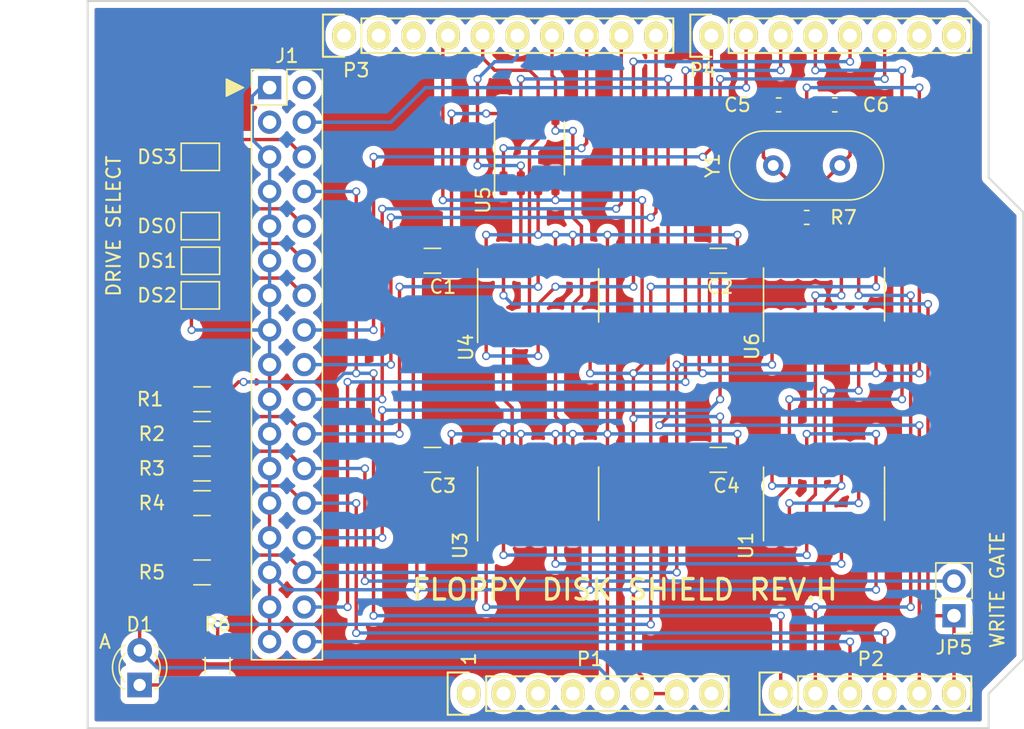
<source format=kicad_pcb>
(kicad_pcb (version 20211014) (generator pcbnew)
  (title_block (date "lun. 30 mars 2015"))
  (layers (0 "F.Cu" signal) (31 "B.Cu" signal) (34 "B.Paste" user) (35 "F.Paste" user) (36 "B.SilkS" user "B.Silkscreen") (37 "F.SilkS" user "F.Silkscreen") (38 "B.Mask" user) (39 "F.Mask" user) (44 "Edge.Cuts" user))
  (net 0 "")
  (net 1 "GND")
  (net 2 "Net-(D1-Pad1)")
  (net 3 "+5V")
  (net 4 "/A0")
  (net 5 "/A1")
  (net 6 "/A2")
  (net 7 "/A3")
  (net 8 "/13(SCK)")
  (net 9 "/12(MISO)")
  (net 10 "/9(**)")
  (net 11 "/8")
  (net 12 "/7")
  (net 13 "/6(**)")
  (net 14 "/5(**)")
  (net 15 "/4")
  (net 16 "/3(**)")
  (net 17 "/2")
  (net 18 "/WD")
  (net 19 "/WG")
  (net 20 "/RD")
  (net 21 "Net-(R6-Pad2)")
  (net 22 "Net-(U1-Pad12)")
  (net 23 "Net-(U1-Pad2)")
  (net 24 "Net-(U3-Pad6)")
  (net 25 "Net-(U3-Pad3)")
  (net 26 "/DS3")
  (net 27 "/DS0")
  (net 28 "/DS1")
  (net 29 "/DS2")
  (net 30 "Net-(C5-Pad1)")
  (net 31 "Net-(C6-Pad1)")
  (net 32 "/A4")
  (net 33 "/CAP_CLK")
  (net 34 "Net-(U1-Pad5)")
  (net 37 "/WG_")
  (net 38 "/Vin")
  (net 39 "+3V3")
  (net 40 "/Reset")
  (net 41 "/IOREF")
  (net 43 "/10(**{slash}SS)")
  (net 44 "/11(**{slash}MOSI)")
  (net 45 "/AREF")
  (net 48 "/0(Rx)")
  (net 49 "/1(Tx)")
  (net 50 "Net-(U1-Pad11)")
  (net 55 "Net-(U6-Pad5)")
  (net 56 "Net-(U6-Pad3)")
  (footprint "Socket_Arduino_Uno:Socket_Strip_Arduino_1x08" (layer "F.Cu") (at 138.938 123.825)
    (fp_text reference "P1")
    (fp_text value "Power")
  )
  (footprint "Socket_Arduino_Uno:Socket_Strip_Arduino_1x06" (layer "F.Cu") (at 161.798 123.825)
    (fp_text reference "P2")
    (fp_text value "Analog")
  )
  (footprint "Socket_Arduino_Uno:Socket_Strip_Arduino_1x10" (layer "F.Cu") (at 129.794 75.565)
    (fp_text reference "P3")
    (fp_text value "Digital")
  )
  (footprint "Socket_Arduino_Uno:Socket_Strip_Arduino_1x08" (layer "F.Cu") (at 156.718 75.565)
    (fp_text reference "P4")
    (fp_text value "Digital")
  )
  (footprint "Resistor_SMD:R_1206_3216Metric" (layer "F.Cu") (at 120.523 121.79 90)
    (fp_text reference "R6")
    (fp_text value "470")
  )
  (footprint "Connector_PinHeader_2.54mm:PinHeader_2x17_P2.54mm_Vertical" (layer "F.Cu") (at 124.333 79.375)
    (fp_text reference "J1")
    (fp_text value "Conn_02x17_Odd_Even")
  )
  (footprint "Resistor_SMD:R_1206_3216Metric" (layer "F.Cu") (at 119.383 114.935)
    (fp_text reference "R5")
    (fp_text value "150")
  )
  (footprint "Resistor_SMD:R_1206_3216Metric" (layer "F.Cu") (at 119.383 109.855)
    (fp_text reference "R4")
    (fp_text value "150")
  )
  (footprint "Resistor_SMD:R_1206_3216Metric" (layer "F.Cu") (at 119.383 107.315)
    (fp_text reference "R3")
    (fp_text value "150")
  )
  (footprint "Resistor_SMD:R_1206_3216Metric" (layer "F.Cu") (at 119.383 104.775)
    (fp_text reference "R2")
    (fp_text value "150")
  )
  (footprint "Resistor_SMD:R_1206_3216Metric" (layer "F.Cu") (at 119.383 102.235)
    (fp_text reference "R1")
    (fp_text value "150")
  )
  (footprint "Jumper:SolderJumper-2_P1.3mm_Bridged_Pad1.0x1.5mm" (layer "F.Cu") (at 119.253 89.535 180)
    (fp_text reference "DS0")
    (fp_text value "SolderJumper_2_Bridged")
  )
  (footprint "Jumper:SolderJumper-2_P1.3mm_Open_Pad1.0x1.5mm" (layer "F.Cu") (at 119.253 84.455 180)
    (fp_text reference "DS3")
    (fp_text value "SolderJumper_2_Open")
  )
  (footprint "Jumper:SolderJumper-2_P1.3mm_Open_Pad1.0x1.5mm" (layer "F.Cu") (at 119.268 92.075 180)
    (fp_text reference "DS1")
    (fp_text value "SolderJumper_2_Open")
  )
  (footprint "Capacitor_SMD:C_1206_3216Metric" (layer "F.Cu") (at 157.223 92.075 180)
    (fp_text reference "C2")
    (fp_text value "0.1u")
  )
  (footprint "Capacitor_SMD:C_1206_3216Metric" (layer "F.Cu") (at 157.223 106.68 180)
    (fp_text reference "C4")
    (fp_text value "0.1u")
  )
  (footprint "Capacitor_SMD:C_1206_3216Metric" (layer "F.Cu") (at 136.268 106.68 180)
    (fp_text reference "C3")
    (fp_text value "0.1u")
  )
  (footprint "Capacitor_SMD:C_1206_3216Metric" (layer "F.Cu") (at 136.268 92.075 180)
    (fp_text reference "C1")
    (fp_text value "0.1u")
  )
  (footprint "Package_SO:SOIC-14_3.9x8.7mm_P1.27mm" (layer "F.Cu") (at 164.973 109.155 90)
    (fp_text reference "U1")
    (fp_text value "74LS74")
  )
  (footprint "Package_SO:SOIC-14_3.9x8.7mm_P1.27mm" (layer "F.Cu") (at 144.018 109.155 90)
    (fp_text reference "U3")
    (fp_text value "74LS08")
  )
  (footprint "Package_SO:SOIC-14_3.9x8.7mm_P1.27mm" (layer "F.Cu") (at 144.018 94.615 90)
    (fp_text reference "U4")
    (fp_text value "74LS125")
  )
  (footprint "Package_SO:SO-8_3.9x4.9mm_P1.27mm" (layer "F.Cu") (at 143.383 83.82 90)
    (fp_text reference "U5")
    (fp_text value "23LCxxx")
  )
  (footprint "LED_THT:LED_D3.0mm" (layer "F.Cu") (at 114.808 123.19 90)
    (fp_text reference "D1")
    (fp_text value "LED")
  )
  (footprint "Capacitor_SMD:C_0603_1608Metric" (layer "F.Cu") (at 161.6455 80.645)
    (fp_text reference "C5")
    (fp_text value "22p")
  )
  (footprint "Crystal:Crystal_HC49-U_Vertical" (layer "F.Cu") (at 161.253 85.09)
    (fp_text reference "Y1")
    (fp_text value "Crystal")
  )
  (footprint "Resistor_SMD:R_0603_1608Metric" (layer "F.Cu") (at 163.703 88.9 180)
    (fp_text reference "R7")
    (fp_text value "1M")
  )
  (footprint "Package_SO:SOIC-14_3.9x8.7mm_P1.27mm" (layer "F.Cu") (at 164.973 94.55 90)
    (fp_text reference "U6")
    (fp_text value "74HCU04")
  )
  (footprint "Capacitor_SMD:C_0603_1608Metric" (layer "F.Cu") (at 165.7605 80.645 180)
    (fp_text reference "C6")
    (fp_text value "22p")
  )
  (footprint "Jumper:SolderJumper-2_P1.3mm_Open_Pad1.0x1.5mm" (layer "F.Cu") (at 119.253 94.615 180)
    (fp_text reference "DS2")
    (fp_text value "SolderJumper_2_Open")
  )
  (footprint "Connector_PinHeader_2.54mm:PinHeader_1x02_P2.54mm_Vertical" (layer "F.Cu") (at 174.498 118.11 180)
    (fp_text reference "JP5")
    (fp_text value "Jumper_2_Open")
  )
  (gr_poly (pts (xy 122.428 79.375) (xy 121.158 80.01) (xy 121.158 78.74)) (layer "F.SilkS") (width 0.1) (fill solid))
  (gr_line (start 179.578 88.519) (end 177.038 85.979) (layer "Edge.Cuts") (width 0.15))
  (gr_line (start 177.038 85.979) (end 177.038 74.549) (layer "Edge.Cuts") (width 0.15))
  (gr_line (start 177.038 123.825) (end 179.578 121.285) (layer "Edge.Cuts") (width 0.15))
  (gr_line (start 179.578 121.285) (end 179.578 88.519) (layer "Edge.Cuts") (width 0.15))
  (gr_line (start 110.998 126.365) (end 177.038 126.365) (layer "Edge.Cuts") (width 0.15))
  (gr_line (start 175.514 73.025) (end 110.998 73.025) (layer "Edge.Cuts") (width 0.15))
  (gr_line (start 110.998 73.025) (end 110.998 126.365) (layer "Edge.Cuts") (width 0.15))
  (gr_line (start 177.038 74.549) (end 175.514 73.025) (layer "Edge.Cuts") (width 0.15))
  (gr_line (start 177.038 126.365) (end 177.038 123.825) (layer "Edge.Cuts") (width 0.15))
  (gr_text "DRIVE SELECT" (at 112.903 89.535 90) (layer "F.SilkS") (effects (font (size 1 1))))
  (gr_text "FLOPPY DISK SHIELD REV.H" (at 150.368 116.205) (layer "F.SilkS") (effects (font (size 1.5 1.5) (thickness 0.25))))
  (gr_text "WRITE GATE" (at 177.673 116.205 90) (layer "F.SilkS") (effects (font (size 1 1))))
  (gr_text "A" (at 112.268 120.015) (layer "F.SilkS") (effects (font (size 1 1))))
  (gr_text "1" (at 138.938 121.285 90) (layer "F.SilkS") (effects (font (size 1 1))))
  (segment (start 151.003 121.92) (end 151.003 116.205) (width 0.25) (layer "F.Cu") (net 1))
  (segment (start 155.823 100.07) (end 156.083 100.33) (width 0.25) (layer "F.Cu") (net 1))
  (segment (start 171.958 100.33) (end 171.958 79.375) (width 0.25) (layer "F.Cu") (net 1))
  (segment (start 118.603 94.615) (end 118.603 92.09) (width 0.25) (layer "F.Cu") (net 1))
  (segment (start 118.618 97.155) (end 118.603 97.14) (width 0.25) (layer "F.Cu") (net 1))
  (segment (start 137.033 75.946) (end 137.414 75.565) (width 0.25) (layer "F.Cu") (net 1))
  (segment (start 124.333 120.015) (end 124.333 117.475) (width 0.25) (layer "F.Cu") (net 1))
  (segment (start 124.333 102.235) (end 124.333 99.695) (width 0.25) (layer "F.Cu") (net 1))
  (segment (start 151.638 99.695) (end 151.638 87.63) (width 0.25) (layer "F.Cu") (net 1))
  (segment (start 151.638 123.825) (end 151.638 122.555) (width 0.25) (layer "F.Cu") (net 1))
  (segment (start 163.703 80.645) (end 164.973 80.645) (width 0.25) (layer "F.Cu") (net 1))
  (segment (start 168.783 100.33) (end 168.783 97.025) (width 0.25) (layer "F.Cu") (net 1))
  (segment (start 118.603 97.14) (end 118.603 94.615) (width 0.25) (layer "F.Cu") (net 1))
  (segment (start 118.618 89.55) (end 118.603 89.535) (width 0.25) (layer "F.Cu") (net 1))
  (segment (start 168.783 116.205) (end 168.783 111.63) (width 0.25) (layer "F.Cu") (net 1))
  (segment (start 151.003 100.33) (end 151.638 99.695) (width 0.25) (layer "F.Cu") (net 1))
  (segment (start 151.003 103.659003) (end 151.003 100.33) (width 0.25) (layer "F.Cu") (net 1))
  (segment (start 118.603 89.535) (end 118.603 84.455) (width 0.25) (layer "F.Cu") (net 1))
  (segment (start 151.638 122.555) (end 151.003 121.92) (width 0.25) (layer "F.Cu") (net 1))
  (segment (start 135.128 106.94) (end 134.868 106.68) (width 0.25) (layer "F.Cu") (net 1))
  (segment (start 118.603 92.09) (end 118.618 92.075) (width 0.25) (layer "F.Cu") (net 1))
  (segment (start 137.033 87.63) (end 137.033 75.946) (width 0.25) (layer "F.Cu") (net 1))
  (segment (start 163.703 79.375) (end 163.703 80.645) (width 0.25) (layer "F.Cu") (net 1))
  (segment (start 135.128 116.205) (end 135.128 106.94) (width 0.25) (layer "F.Cu") (net 1))
  (segment (start 124.333 117.475) (end 124.333 114.935) (width 0.25) (layer "F.Cu") (net 1))
  (segment (start 155.823 92.075) (end 155.823 100.07) (width 0.25) (layer "F.Cu") (net 1))
  (segment (start 151.003 116.205) (end 151.003 103.659003) (width 0.25) (layer "F.Cu") (net 1))
  (segment (start 147.828 100.33) (end 147.828 97.09) (width 0.25) (layer "F.Cu") (net 1))
  (segment (start 163.703 80.645) (end 162.433 80.645) (width 0.25) (layer "F.Cu") (net 1))
  (segment (start 154.178 123.825) (end 151.638 123.825) (width 0.25) (layer "F.Cu") (net 1))
  (segment (start 134.868 106.68) (end 134.868 92.075) (width 0.25) (layer "F.Cu") (net 1))
  (segment (start 147.828 116.205) (end 147.828 111.63) (width 0.25) (layer "F.Cu") (net 1))
  (segment (start 145.288 87.63) (end 145.288 86.395) (width 0.25) (layer "F.Cu") (net 1))
  (segment (start 157.353 106.68) (end 155.823 106.68) (width 0.25) (layer "F.Cu") (net 1))
  (segment (start 124.333 112.395) (end 124.333 109.855) (width 0.25) (layer "F.Cu") (net 1))
  (segment (start 157.353 103.505) (end 157.353 106.68) (width 0.25) (layer "F.Cu") (net 1))
  (segment (start 118.618 92.075) (end 118.618 89.55) (width 0.25) (layer "F.Cu") (net 1))
  (via (at 147.828 116.205) (size 0.6) (drill 0.4) (layers "F.Cu" "B.Cu") (net 1))
  (via (at 151.638 87.63) (size 0.6) (drill 0.4) (layers "F.Cu" "B.Cu") (net 1))
  (via (at 118.618 97.155) (size 0.6) (drill 0.4) (layers "F.Cu" "B.Cu") (net 1))
  (via (at 151.003 100.33) (size 0.6) (drill 0.4) (layers "F.Cu" "B.Cu") (net 1))
  (via (at 157.353 103.505) (size 0.6) (drill 0.4) (layers "F.Cu" "B.Cu") (net 1))
  (via (at 168.783 116.205) (size 0.6) (drill 0.4) (layers "F.Cu" "B.Cu") (net 1))
  (via (at 168.783 100.33) (size 0.6) (drill 0.4) (layers "F.Cu" "B.Cu") (net 1))
  (via (at 147.828 100.33) (size 0.6) (drill 0.4) (layers "F.Cu" "B.Cu") (net 1))
  (via (at 135.128 116.205) (size 0.6) (drill 0.4) (layers "F.Cu" "B.Cu") (net 1))
  (via (at 145.288 87.63) (size 0.6) (drill 0.4) (layers "F.Cu" "B.Cu") (net 1))
  (via (at 151.003 103.659003) (size 0.6) (drill 0.4) (layers "F.Cu" "B.Cu") (net 1))
  (via (at 163.703 79.375) (size 0.6) (drill 0.4) (layers "F.Cu" "B.Cu") (net 1))
  (via (at 151.003 116.205) (size 0.6) (drill 0.4) (layers "F.Cu" "B.Cu") (net 1))
  (via (at 156.083 100.33) (size 0.6) (drill 0.4) (layers "F.Cu" "B.Cu") (net 1))
  (via (at 137.033 87.63) (size 0.6) (drill 0.4) (layers "F.Cu" "B.Cu") (net 1))
  (via (at 171.958 100.33) (size 0.6) (drill 0.4) (layers "F.Cu" "B.Cu") (net 1))
  (via (at 171.958 79.375) (size 0.6) (drill 0.4) (layers "F.Cu" "B.Cu") (net 1))
  (segment (start 123.063 83.185) (end 123.063 80.01) (width 0.25) (layer "B.Cu") (net 1))
  (segment (start 151.003 103.659003) (end 151.157003 103.505) (width 0.25) (layer "B.Cu") (net 1))
  (segment (start 151.003 100.33) (end 147.828 100.33) (width 0.25) (layer "B.Cu") (net 1))
  (segment (start 124.333 107.315) (end 124.333 104.775) (width 0.25) (layer "B.Cu") (net 1))
  (segment (start 124.333 89.535) (end 124.333 86.995) (width 0.25) (layer "B.Cu") (net 1))
  (segment (start 124.333 99.695) (end 124.333 97.155) (width 0.25) (layer "B.Cu") (net 1))
  (segment (start 145.288 87.63) (end 137.033 87.63) (width 0.25) (layer "B.Cu") (net 1))
  (segment (start 123.698 79.375) (end 124.333 79.375) (width 0.25) (layer "B.Cu") (net 1))
  (segment (start 124.333 84.455) (end 123.063 83.185) (width 0.25) (layer "B.Cu") (net 1))
  (segment (start 124.333 109.855) (end 124.333 107.315) (width 0.25) (layer "B.Cu") (net 1))
  (segment (start 124.333 104.775) (end 124.333 102.235) (width 0.25) (layer "B.Cu") (net 1))
  (segment (start 168.783 100.33) (end 171.958 100.33) (width 0.25) (layer "B.Cu") (net 1))
  (segment (start 151.003 116.205) (end 168.783 116.205) (width 0.25) (layer "B.Cu") (net 1))
  (segment (start 151.003 116.205) (end 147.828 116.205) (width 0.25) (layer "B.Cu") (net 1))
  (segment (start 156.083 100.33) (end 168.783 100.33) (width 0.25) (layer "B.Cu") (net 1))
  (segment (start 135.128 116.205) (end 125.603 116.205) (width 0.25) (layer "B.Cu") (net 1))
  (segment (start 171.958 79.375) (end 163.703 79.375) (width 0.25) (layer "B.Cu") (net 1))
  (segment (start 151.638 87.63) (end 145.288 87.63) (width 0.25) (layer "B.Cu") (net 1))
  (segment (start 124.333 94.615) (end 124.333 92.075) (width 0.25) (layer "B.Cu") (net 1))
  (segment (start 147.828 116.205) (end 135.128 116.205) (width 0.25) (layer "B.Cu") (net 1))
  (segment (start 151.003 100.33) (end 156.083 100.33) (width 0.25) (layer "B.Cu") (net 1))
  (segment (start 123.063 80.01) (end 123.698 79.375) (width 0.25) (layer "B.Cu") (net 1))
  (segment (start 124.333 86.995) (end 124.333 84.455) (width 0.25) (layer "B.Cu") (net 1))
  (segment (start 124.333 114.935) (end 124.333 112.395) (width 0.25) (layer "B.Cu") (net 1))
  (segment (start 124.333 97.155) (end 124.333 94.615) (width 0.25) (layer "B.Cu") (net 1))
  (segment (start 151.157003 103.505) (end 157.353 103.505) (width 0.25) (layer "B.Cu") (net 1))
  (segment (start 124.333 92.075) (end 124.333 89.535) (width 0.25) (layer "B.Cu") (net 1))
  (segment (start 124.333 97.155) (end 118.618 97.155) (width 0.25) (layer "B.Cu") (net 1))
  (segment (start 125.603 116.205) (end 124.333 114.935) (width 0.25) (layer "B.Cu") (net 1))
  (segment (start 114.808 123.19) (end 120.523 123.19) (width 0.25) (layer "F.Cu") (net 2))
  (segment (start 144.018 86.395) (end 144.018 90.17) (width 0.25) (layer "F.Cu") (net 3))
  (segment (start 140.208 81.28) (end 141.478 81.28) (width 0.25) (layer "F.Cu") (net 3))
  (segment (start 140.208 92.14) (end 140.208 90.17) (width 0.25) (layer "F.Cu") (net 3))
  (segment (start 137.668 92.075) (end 140.143 92.075) (width 0.25) (layer "F.Cu") (net 3))
  (segment (start 158.623 92.075) (end 161.163 92.075) (width 0.25) (layer "F.Cu") (net 3))
  (segment (start 149.098 104.775) (end 149.098 90.17) (width 0.25) (layer "F.Cu") (net 3))
  (segment (start 161.163 106.68) (end 161.163 108.585) (width 0.25) (layer "F.Cu") (net 3))
  (segment (start 164.973 109.855) (end 166.243 108.585) (width 0.25) (layer "F.Cu") (net 3))
  (segment (start 146.558 92.14) (end 146.558 90.17) (width 0.25) (layer "F.Cu") (net 3))
  (segment (start 117.983 107.315) (end 117.983 104.775) (width 0.25) (layer "F.Cu") (net 3))
  (segment (start 149.098 123.825) (end 149.098 104.775) (width 0.25) (layer "F.Cu") (net 3))
  (segment (start 140.143 92.075) (end 140.208 92.14) (width 0.25) (layer "F.Cu") (net 3))
  (segment (start 158.623 104.775) (end 158.623 106.68) (width 0.25) (layer "F.Cu") (net 3))
  (segment (start 164.973 111.63) (end 164.973 109.855) (width 0.25) (layer "F.Cu") (net 3))
  (segment (start 158.623 106.68) (end 161.163 106.68) (width 0.25) (layer "F.Cu") (net 3))
  (segment (start 117.983 114.935) (end 117.983 109.855) (width 0.25) (layer "F.Cu") (net 3))
  (segment (start 114.808 116.205) (end 116.078 114.935) (width 0.25) (layer "F.Cu") (net 3))
  (segment (start 142.748 106.68) (end 142.748 104.775) (width 0.25) (layer "F.Cu") (net 3))
  (segment (start 137.668 106.68) (end 137.668 104.775) (width 0.25) (layer "F.Cu") (net 3))
  (segment (start 146.558 106.68) (end 146.558 104.775) (width 0.25) (layer "F.Cu") (net 3))
  (segment (start 116.078 114.935) (end 117.983 114.935) (width 0.25) (layer "F.Cu") (net 3))
  (segment (start 141.478 106.68) (end 141.478 104.775) (width 0.25) (layer "F.Cu") (net 3))
  (segment (start 145.288 90.17) (end 145.288 92.14) (width 0.25) (layer "F.Cu") (net 3))
  (segment (start 166.243 108.585) (end 166.243 106.68) (width 0.25) (layer "F.Cu") (net 3))
  (segment (start 114.808 120.65) (end 114.808 116.205) (width 0.25) (layer "F.Cu") (net 3))
  (segment (start 117.983 109.855) (end 117.983 107.315) (width 0.25) (layer "F.Cu") (net 3))
  (segment (start 141.478 81.28) (end 141.478 81.245) (width 0.25) (layer "F.Cu") (net 3))
  (segment (start 137.668 106.68) (end 140.208 106.68) (width 0.25) (layer "F.Cu") (net 3))
  (segment (start 137.668 92.075) (end 137.668 81.28) (width 0.25) (layer "F.Cu") (net 3))
  (segment (start 145.288 106.68) (end 145.288 104.775) (width 0.25) (layer "F.Cu") (net 3))
  (segment (start 117.983 104.775) (end 117.983 102.235) (width 0.25) (layer "F.Cu") (net 3))
  (segment (start 158.623 90.17) (end 158.623 92.075) (width 0.25) (layer "F.Cu") (net 3))
  (via (at 146.558 104.775) (size 0.6) (drill 0.4) (layers "F.Cu" "B.Cu") (net 3))
  (via (at 158.623 104.775) (size 0.6) (drill 0.4) (layers "F.Cu" "B.Cu") (net 3))
  (via (at 145.288 90.17) (size 0.6) (drill 0.4) (layers "F.Cu" "B.Cu") (net 3))
  (via (at 140.208 81.28) (size 0.6) (drill 0.4) (layers "F.Cu" "B.Cu") (net 3))
  (via (at 146.558 90.17) (size 0.6) (drill 0.4) (layers "F.Cu" "B.Cu") (net 3))
  (via (at 141.478 104.775) (size 0.6) (drill 0.4) (layers "F.Cu" "B.Cu") (net 3))
  (via (at 144.018 90.17) (size 0.6) (drill 0.4) (layers "F.Cu" "B.Cu") (net 3))
  (via (at 158.623 90.17) (size 0.6) (drill 0.4) (layers "F.Cu" "B.Cu") (net 3))
  (via (at 161.163 108.585) (size 0.6) (drill 0.4) (layers "F.Cu" "B.Cu") (net 3))
  (via (at 137.668 81.28) (size 0.6) (drill 0.4) (layers "F.Cu" "B.Cu") (net 3))
  (via (at 140.208 90.17) (size 0.6) (drill 0.4) (layers "F.Cu" "B.Cu") (net 3))
  (via (at 149.098 90.17) (size 0.6) (drill 0.4) (layers "F.Cu" "B.Cu") (net 3))
  (via (at 149.098 104.775) (size 0.6) (drill 0.4) (layers "F.Cu" "B.Cu") (net 3))
  (via (at 145.288 104.775) (size 0.6) (drill 0.4) (layers "F.Cu" "B.Cu") (net 3))
  (via (at 142.748 104.775) (size 0.6) (drill 0.4) (layers "F.Cu" "B.Cu") (net 3))
  (via (at 166.243 108.585) (size 0.6) (drill 0.4) (layers "F.Cu" "B.Cu") (net 3))
  (via (at 137.668 104.775) (size 0.6) (drill 0.4) (layers "F.Cu" "B.Cu") (net 3))
  (segment (start 114.808 120.65) (end 116.078 121.92) (width 0.25) (layer "B.Cu") (net 3))
  (segment (start 137.668 104.775) (end 141.478 104.775) (width 0.25) (layer "B.Cu") (net 3))
  (segment (start 146.558 90.17) (end 149.098 90.17) (width 0.25) (layer "B.Cu") (net 3))
  (segment (start 148.463 121.92) (end 149.098 122.555) (width 0.25) (layer "B.Cu") (net 3))
  (segment (start 142.748 104.775) (end 145.288 104.775) (width 0.25) (layer "B.Cu") (net 3))
  (segment (start 149.098 122.555) (end 149.098 123.825) (width 0.25) (layer "B.Cu") (net 3))
  (segment (start 137.668 81.28) (end 140.208 81.28) (width 0.25) (layer "B.Cu") (net 3))
  (segment (start 146.558 90.17) (end 145.288 90.17) (width 0.25) (layer "B.Cu") (net 3))
  (segment (start 144.018 90.17) (end 145.288 90.17) (width 0.25) (layer "B.Cu") (net 3))
  (segment (start 140.208 90.17) (end 144.018 90.17) (width 0.25) (layer "B.Cu") (net 3))
  (segment (start 116.078 121.92) (end 148.463 121.92) (width 0.25) (layer "B.Cu") (net 3))
  (segment (start 145.288 104.775) (end 146.558 104.775) (width 0.25) (layer "B.Cu") (net 3))
  (segment (start 149.098 90.17) (end 158.623 90.17) (width 0.25) (layer "B.Cu") (net 3))
  (segment (start 141.478 104.775) (end 142.748 104.775) (width 0.25) (layer "B.Cu") (net 3))
  (segment (start 146.558 104.775) (end 158.623 104.775) (width 0.25) (layer "B.Cu") (net 3))
  (segment (start 161.163 108.585) (end 166.243 108.585) (width 0.25) (layer "B.Cu") (net 3))
  (segment (start 130.683 86.995) (end 130.683 100.33) (width 0.25) (layer "F.Cu") (net 4))
  (segment (start 122.428 100.965) (end 122.053 100.965) (width 0.25) (layer "F.Cu") (net 4))
  (segment (start 161.798 123.825) (end 161.798 118.11) (width 0.25) (layer "F.Cu") (net 4))
  (segment (start 131.953 118.11) (end 131.953 100.33) (width 0.25) (layer "F.Cu") (net 4))
  (segment (start 122.053 100.965) (end 120.783 102.235) (width 0.25) (layer "F.Cu") (net 4))
  (via (at 130.683 86.995) (size 0.6) (drill 0.4) (layers "F.Cu" "B.Cu") (net 4))
  (via (at 131.953 118.11) (size 0.6) (drill 0.4) (layers "F.Cu" "B.Cu") (net 4))
  (via (at 130.683 100.33) (size 0.6) (drill 0.4) (layers "F.Cu" "B.Cu") (net 4))
  (via (at 122.428 100.965) (size 0.6) (drill 0.4) (layers "F.Cu" "B.Cu") (net 4))
  (via (at 131.953 100.33) (size 0.6) (drill 0.4) (layers "F.Cu" "B.Cu") (net 4))
  (via (at 161.798 118.11) (size 0.6) (drill 0.4) (layers "F.Cu" "B.Cu") (net 4))
  (segment (start 130.683 100.33) (end 129.799116 100.33) (width 0.25) (layer "B.Cu") (net 4))
  (segment (start 161.798 118.11) (end 131.953 118.11) (width 0.25) (layer "B.Cu") (net 4))
  (segment (start 131.953 100.33) (end 130.683 100.33) (width 0.25) (layer "B.Cu") (net 4))
  (segment (start 126.873 86.995) (end 130.683 86.995) (width 0.25) (layer "B.Cu") (net 4))
  (segment (start 129.164116 100.965) (end 122.428 100.965) (width 0.25) (layer "B.Cu") (net 4))
  (segment (start 129.799116 100.33) (end 129.164116 100.965) (width 0.25) (layer "B.Cu") (net 4))
  (segment (start 164.338 123.825) (end 164.338 117.475) (width 0.25) (layer "F.Cu") (net 5))
  (segment (start 167.513 94.615) (end 167.513 92.075) (width 0.25) (layer "F.Cu") (net 5))
  (segment (start 171.323 117.475) (end 171.323 94.615) (width 0.25) (layer "F.Cu") (net 5))
  (segment (start 140.208 111.63) (end 140.208 117.475) (width 0.25) (layer "F.Cu") (net 5))
  (via (at 171.323 94.615) (size 0.6) (drill 0.4) (layers "F.Cu" "B.Cu") (net 5))
  (via (at 167.513 94.615) (size 0.6) (drill 0.4) (layers "F.Cu" "B.Cu") (net 5))
  (via (at 171.323 117.475) (size 0.6) (drill 0.4) (layers "F.Cu" "B.Cu") (net 5))
  (via (at 140.208 117.475) (size 0.6) (drill 0.4) (layers "F.Cu" "B.Cu") (net 5))
  (via (at 164.338 117.475) (size 0.6) (drill 0.4) (layers "F.Cu" "B.Cu") (net 5))
  (segment (start 140.208 117.475) (end 164.338 117.475) (width 0.25) (layer "B.Cu") (net 5))
  (segment (start 171.323 94.615) (end 167.513 94.615) (width 0.25) (layer "B.Cu") (net 5))
  (segment (start 164.338 117.475) (end 171.323 117.475) (width 0.25) (layer "B.Cu") (net 5))
  (segment (start 166.878 123.825) (end 166.878 120.015) (width 0.25) (layer "F.Cu") (net 6))
  (via (at 166.878 120.015) (size 0.6) (drill 0.4) (layers "F.Cu" "B.Cu") (net 6))
  (segment (start 166.878 120.015) (end 126.873 120.015) (width 0.25) (layer "B.Cu") (net 6))
  (segment (start 130.683 119.38) (end 130.683 109.855) (width 0.25) (layer "F.Cu") (net 7))
  (segment (start 125.603 108.585) (end 126.873 109.855) (width 0.25) (layer "F.Cu") (net 7))
  (segment (start 120.783 109.595) (end 121.793 108.585) (width 0.25) (layer "F.Cu") (net 7))
  (segment (start 120.783 109.855) (end 120.783 109.595) (width 0.25) (layer "F.Cu") (net 7))
  (segment (start 121.793 108.585) (end 125.603 108.585) (width 0.25) (layer "F.Cu") (net 7))
  (segment (start 169.418 123.825) (end 169.418 119.38) (width 0.25) (layer "F.Cu") (net 7))
  (via (at 130.683 119.38) (size 0.6) (drill 0.4) (layers "F.Cu" "B.Cu") (net 7))
  (via (at 169.418 119.38) (size 0.6) (drill 0.4) (layers "F.Cu" "B.Cu") (net 7))
  (via (at 130.683 109.855) (size 0.6) (drill 0.4) (layers "F.Cu" "B.Cu") (net 7))
  (segment (start 169.418 119.38) (end 130.683 119.38) (width 0.25) (layer "B.Cu") (net 7))
  (segment (start 130.683 109.855) (end 126.873 109.855) (width 0.25) (layer "B.Cu") (net 7))
  (segment (start 144.018 78.74) (end 143.383 78.105) (width 0.25) (layer "F.Cu") (net 8))
  (segment (start 140.843 78.105) (end 139.954 77.216) (width 0.25) (layer "F.Cu") (net 8))
  (segment (start 143.383 96.455) (end 143.383 83.82) (width 0.25) (layer "F.Cu") (net 8))
  (segment (start 143.383 83.82) (end 144.018 83.185) (width 0.25) (layer "F.Cu") (net 8))
  (segment (start 144.018 81.245) (end 144.018 78.74) (width 0.25) (layer "F.Cu") (net 8))
  (segment (start 144.018 83.185) (end 144.018 81.245) (width 0.25) (layer "F.Cu") (net 8))
  (segment (start 142.748 97.09) (end 143.383 96.455) (width 0.25) (layer "F.Cu") (net 8))
  (segment (start 143.383 78.105) (end 140.843 78.105) (width 0.25) (layer "F.Cu") (net 8))
  (segment (start 139.954 77.216) (end 139.954 75.565) (width 0.25) (layer "F.Cu") (net 8))
  (segment (start 142.748 92.14) (end 142.748 86.395) (width 0.25) (layer "F.Cu") (net 9))
  (segment (start 139.573 78.74) (end 139.573 85.09) (width 0.25) (layer "F.Cu") (net 9))
  (segment (start 142.748 85.09) (end 142.748 86.395) (width 0.25) (layer "F.Cu") (net 9))
  (via (at 139.573 85.09) (size 0.6) (drill 0.4) (layers "F.Cu" "B.Cu") (net 9))
  (via (at 139.573 78.74) (size 0.6) (drill 0.4) (layers "F.Cu" "B.Cu") (net 9))
  (via (at 142.748 85.09) (size 0.6) (drill 0.4) (layers "F.Cu" "B.Cu") (net 9))
  (segment (start 139.573 78.74) (end 140.843 77.47) (width 0.25) (layer "B.Cu") (net 9))
  (segment (start 142.113 77.47) (end 142.494 77.089) (width 0.25) (layer "B.Cu") (net 9))
  (segment (start 140.843 77.47) (end 142.113 77.47) (width 0.25) (layer "B.Cu") (net 9))
  (segment (start 142.494 77.089) (end 142.494 75.565) (width 0.25) (layer "B.Cu") (net 9))
  (segment (start 139.573 85.09) (end 142.748 85.09) (width 0.25) (layer "B.Cu") (net 9))
  (segment (start 132.588 88.265) (end 132.588 102.235) (width 0.25) (layer "F.Cu") (net 10))
  (segment (start 150.114 87.884) (end 149.733 88.265) (width 0.25) (layer "F.Cu") (net 10))
  (segment (start 150.114 75.565) (end 150.114 87.884) (width 0.25) (layer "F.Cu") (net 10))
  (via (at 132.588 88.265) (size 0.6) (drill 0.4) (layers "F.Cu" "B.Cu") (net 10))
  (via (at 132.588 102.235) (size 0.6) (drill 0.4) (layers "F.Cu" "B.Cu") (net 10))
  (via (at 149.733 88.265) (size 0.6) (drill 0.4) (layers "F.Cu" "B.Cu") (net 10))
  (segment (start 132.588 102.235) (end 126.873 102.235) (width 0.25) (layer "B.Cu") (net 10))
  (segment (start 149.733 88.265) (end 132.588 88.265) (width 0.25) (layer "B.Cu") (net 10))
  (segment (start 133.223 88.9) (end 133.223 99.695) (width 0.25) (layer "F.Cu") (net 11))
  (segment (start 152.654 75.565) (end 152.654 88.519) (width 0.25) (layer "F.Cu") (net 11))
  (segment (start 152.654 88.519) (end 152.273 88.9) (width 0.25) (layer "F.Cu") (net 11))
  (via (at 152.273 88.9) (size 0.6) (drill 0.4) (layers "F.Cu" "B.Cu") (net 11))
  (via (at 133.223 99.695) (size 0.6) (drill 0.4) (layers "F.Cu" "B.Cu") (net 11))
  (via (at 133.223 88.9) (size 0.6) (drill 0.4) (layers "F.Cu" "B.Cu") (net 11))
  (segment (start 133.223 99.695) (end 126.873 99.695) (width 0.25) (layer "B.Cu") (net 11))
  (segment (start 152.273 88.9) (end 133.223 88.9) (width 0.25) (layer "B.Cu") (net 11))
  (segment (start 156.718 83.82) (end 156.083 84.455) (width 0.25) (layer "F.Cu") (net 12))
  (segment (start 131.953 84.455) (end 131.953 97.155) (width 0.25) (layer "F.Cu") (net 12))
  (segment (start 156.718 75.565) (end 156.718 83.82) (width 0.25) (layer "F.Cu") (net 12))
  (via (at 131.953 97.155) (size 0.6) (drill 0.4) (layers "F.Cu" "B.Cu") (net 12))
  (via (at 131.953 84.455) (size 0.6) (drill 0.4) (layers "F.Cu" "B.Cu") (net 12))
  (via (at 156.083 84.455) (size 0.6) (drill 0.4) (layers "F.Cu" "B.Cu") (net 12))
  (segment (start 156.083 84.455) (end 131.953 84.455) (width 0.25) (layer "B.Cu") (net 12))
  (segment (start 131.953 97.155) (end 126.873 97.155) (width 0.25) (layer "B.Cu") (net 12))
  (segment (start 159.258 75.565) (end 159.258 79.375) (width 0.25) (layer "F.Cu") (net 13))
  (via (at 159.258 79.375) (size 0.6) (drill 0.4) (layers "F.Cu" "B.Cu") (net 13))
  (segment (start 133.223 81.915) (end 126.873 81.915) (width 0.25) (layer "B.Cu") (net 13))
  (segment (start 159.258 79.375) (end 135.763 79.375) (width 0.25) (layer "B.Cu") (net 13))
  (segment (start 135.763 79.375) (end 133.223 81.915) (width 0.25) (layer "B.Cu") (net 13))
  (segment (start 161.798 75.565) (end 161.798 78.105) (width 0.25) (layer "F.Cu") (net 14))
  (segment (start 154.813 78.1155) (end 154.813 100.965) (width 0.25) (layer "F.Cu") (net 14))
  (segment (start 130.048 100.965) (end 130.048 117.475) (width 0.25) (layer "F.Cu") (net 14))
  (via (at 154.813 100.965) (size 0.6) (drill 0.4) (layers "F.Cu" "B.Cu") (net 14))
  (via (at 161.798 78.105) (size 0.6) (drill 0.4) (layers "F.Cu" "B.Cu") (net 14))
  (via (at 154.813 78.1155) (size 0.6) (drill 0.4) (layers "F.Cu" "B.Cu") (net 14))
  (via (at 130.048 100.965) (size 0.6) (drill 0.4) (layers "F.Cu" "B.Cu") (net 14))
  (via (at 130.048 117.475) (size 0.6) (drill 0.4) (layers "F.Cu" "B.Cu") (net 14))
  (segment (start 161.798 78.105) (end 161.7875 78.1155) (width 0.25) (layer "B.Cu") (net 14))
  (segment (start 154.813 100.965) (end 130.048 100.965) (width 0.25) (layer "B.Cu") (net 14))
  (segment (start 130.048 117.475) (end 126.873 117.475) (width 0.25) (layer "B.Cu") (net 14))
  (segment (start 161.7875 78.1155) (end 154.813 78.1155) (width 0.25) (layer "B.Cu") (net 14))
  (segment (start 170.688 102.235) (end 170.688 78.105) (width 0.25) (layer "F.Cu") (net 15))
  (segment (start 164.338 78.105) (end 164.338 75.565) (width 0.25) (layer "F.Cu") (net 15))
  (segment (start 162.433 102.235) (end 162.433 106.68) (width 0.25) (layer "F.Cu") (net 15))
  (segment (start 161.163 111.63) (end 161.163 109.855) (width 0.25) (layer "F.Cu") (net 15))
  (segment (start 162.433 108.585) (end 162.433 106.68) (width 0.25) (layer "F.Cu") (net 15))
  (segment (start 161.163 109.855) (end 162.433 108.585) (width 0.25) (layer "F.Cu") (net 15))
  (via (at 170.688 78.105) (size 0.6) (drill 0.4) (layers "F.Cu" "B.Cu") (net 15))
  (via (at 162.433 102.235) (size 0.6) (drill 0.4) (layers "F.Cu" "B.Cu") (net 15))
  (via (at 164.338 78.105) (size 0.6) (drill 0.4) (layers "F.Cu" "B.Cu") (net 15))
  (via (at 170.688 102.235) (size 0.6) (drill 0.4) (layers "F.Cu" "B.Cu") (net 15))
  (segment (start 170.688 102.235) (end 162.433 102.235) (width 0.25) (layer "B.Cu") (net 15))
  (segment (start 164.338 78.105) (end 170.688 78.105) (width 0.25) (layer "B.Cu") (net 15))
  (segment (start 145.288 93.98) (end 144.018 95.25) (width 0.25) (layer "F.Cu") (net 16))
  (segment (start 144.018 95.25) (end 144.018 97.09) (width 0.25) (layer "F.Cu") (net 16))
  (segment (start 151.003 77.47) (end 151.003 93.98) (width 0.25) (layer "F.Cu") (net 16))
  (segment (start 144.018 99.06) (end 144.018 97.09) (width 0.25) (layer "F.Cu") (net 16))
  (segment (start 166.878 75.565) (end 166.878 77.47) (width 0.25) (layer "F.Cu") (net 16))
  (segment (start 140.208 97.09) (end 140.208 99.06) (width 0.25) (layer "F.Cu") (net 16))
  (via (at 166.878 77.47) (size 0.6) (drill 0.4) (layers "F.Cu" "B.Cu") (net 16))
  (via (at 144.018 99.06) (size 0.6) (drill 0.4) (layers "F.Cu" "B.Cu") (net 16))
  (via (at 140.208 99.06) (size 0.6) (drill 0.4) (layers "F.Cu" "B.Cu") (net 16))
  (via (at 151.003 93.98) (size 0.6) (drill 0.4) (layers "F.Cu" "B.Cu") (net 16))
  (via (at 151.003 77.47) (size 0.6) (drill 0.4) (layers "F.Cu" "B.Cu") (net 16))
  (via (at 145.288 93.98) (size 0.6) (drill 0.4) (layers "F.Cu" "B.Cu") (net 16))
  (segment (start 151.003 93.98) (end 145.288 93.98) (width 0.25) (layer "B.Cu") (net 16))
  (segment (start 140.208 99.06) (end 144.018 99.06) (width 0.25) (layer "B.Cu") (net 16))
  (segment (start 166.878 77.47) (end 151.003 77.47) (width 0.25) (layer "B.Cu") (net 16))
  (segment (start 132.588 103.034503) (end 132.588 112.395) (width 0.25) (layer "F.Cu") (net 17))
  (segment (start 157.353 78.74) (end 157.353 102.235) (width 0.25) (layer "F.Cu") (net 17))
  (segment (start 169.418 75.565) (end 169.418 78.74) (width 0.25) (layer "F.Cu") (net 17))
  (via (at 132.588 103.034503) (size 0.6) (drill 0.4) (layers "F.Cu" "B.Cu") (net 17))
  (via (at 157.353 102.235) (size 0.6) (drill 0.4) (layers "F.Cu" "B.Cu") (net 17))
  (via (at 157.353 78.74) (size 0.6) (drill 0.4) (layers "F.Cu" "B.Cu") (net 17))
  (via (at 132.588 112.395) (size 0.6) (drill 0.4) (layers "F.Cu" "B.Cu") (net 17))
  (via (at 169.418 78.74) (size 0.6) (drill 0.4) (layers "F.Cu" "B.Cu") (net 17))
  (segment (start 157.353 102.235) (end 156.553497 103.034503) (width 0.25) (layer "B.Cu") (net 17))
  (segment (start 169.418 78.74) (end 157.353 78.74) (width 0.25) (layer "B.Cu") (net 17))
  (segment (start 132.588 112.395) (end 126.873 112.395) (width 0.25) (layer "B.Cu") (net 17))
  (segment (start 156.553497 103.034503) (end 132.588 103.034503) (width 0.25) (layer "B.Cu") (net 17))
  (segment (start 120.783 104.775) (end 122.053 103.505) (width 0.25) (layer "F.Cu") (net 18))
  (segment (start 125.603 103.505) (end 126.873 104.775) (width 0.25) (layer "F.Cu") (net 18))
  (segment (start 144.018 92.14) (end 144.018 93.98) (width 0.25) (layer "F.Cu") (net 18))
  (segment (start 133.858 93.98) (end 133.858 104.775) (width 0.25) (layer "F.Cu") (net 18))
  (segment (start 122.053 103.505) (end 125.603 103.505) (width 0.25) (layer "F.Cu") (net 18))
  (via (at 133.858 93.98) (size 0.6) (drill 0.4) (layers "F.Cu" "B.Cu") (net 18))
  (via (at 133.858 104.775) (size 0.6) (drill 0.4) (layers "F.Cu" "B.Cu") (net 18))
  (via (at 144.018 93.98) (size 0.6) (drill 0.4) (layers "F.Cu" "B.Cu") (net 18))
  (segment (start 133.858 104.775) (end 126.873 104.775) (width 0.25) (layer "B.Cu") (net 18))
  (segment (start 144.018 93.98) (end 133.858 93.98) (width 0.25) (layer "B.Cu") (net 18))
  (segment (start 131.318 115.57) (end 131.318 107.315) (width 0.25) (layer "F.Cu") (net 19))
  (segment (start 120.783 107.055) (end 121.793 106.045) (width 0.25) (layer "F.Cu") (net 19))
  (segment (start 125.603 106.045) (end 126.873 107.315) (width 0.25) (layer "F.Cu") (net 19))
  (segment (start 121.793 106.045) (end 125.603 106.045) (width 0.25) (layer "F.Cu") (net 19))
  (segment (start 120.783 107.315) (end 120.783 107.055) (width 0.25) (layer "F.Cu") (net 19))
  (via (at 131.318 107.315) (size 0.6) (drill 0.4) (layers "F.Cu" "B.Cu") (net 19))
  (via (at 131.318 115.57) (size 0.6) (drill 0.4) (layers "F.Cu" "B.Cu") (net 19))
  (segment (start 131.318 107.315) (end 126.873 107.315) (width 0.25) (layer "B.Cu") (net 19))
  (segment (start 174.498 115.57) (end 131.318 115.57) (width 0.25) (layer "B.Cu") (net 19))
  (segment (start 120.783 114.675) (end 121.793 113.665) (width 0.25) (layer "F.Cu") (net 20))
  (segment (start 154.178 114.935) (end 154.178 99.695) (width 0.25) (layer "F.Cu") (net 20))
  (segment (start 125.603 113.665) (end 126.873 114.935) (width 0.25) (layer "F.Cu") (net 20))
  (segment (start 161.163 99.695) (end 161.163 97.025) (width 0.25) (layer "F.Cu") (net 20))
  (segment (start 121.793 113.665) (end 125.603 113.665) (width 0.25) (layer "F.Cu") (net 20))
  (segment (start 120.783 114.935) (end 120.783 114.675) (width 0.25) (layer "F.Cu") (net 20))
  (via (at 161.163 99.695) (size 0.6) (drill 0.4) (layers "F.Cu" "B.Cu") (net 20))
  (via (at 154.178 114.935) (size 0.6) (drill 0.4) (layers "F.Cu" "B.Cu") (net 20))
  (via (at 154.178 99.695) (size 0.6) (drill 0.4) (layers "F.Cu" "B.Cu") (net 20))
  (segment (start 126.873 114.935) (end 154.178 114.935) (width 0.25) (layer "B.Cu") (net 20))
  (segment (start 154.178 99.695) (end 161.163 99.695) (width 0.25) (layer "B.Cu") (net 20))
  (segment (start 120.523 120.39) (end 120.523 118.745) (width 0.25) (layer "F.Cu") (net 21))
  (segment (start 168.783 93.98) (end 168.783 92.075) (width 0.25) (layer "F.Cu") (net 21))
  (segment (start 152.273 118.745) (end 152.273 93.98) (width 0.25) (layer "F.Cu") (net 21))
  (via (at 168.783 93.98) (size 0.6) (drill 0.4) (layers "F.Cu" "B.Cu") (net 21))
  (via (at 120.523 118.745) (size 0.6) (drill 0.4) (layers "F.Cu" "B.Cu") (net 21))
  (via (at 152.273 93.98) (size 0.6) (drill 0.4) (layers "F.Cu" "B.Cu") (net 21))
  (via (at 152.273 118.745) (size 0.6) (drill 0.4) (layers "F.Cu" "B.Cu") (net 21))
  (segment (start 120.523 118.745) (end 152.273 118.745) (width 0.25) (layer "B.Cu") (net 21))
  (segment (start 152.273 93.98) (end 168.783 93.98) (width 0.25) (layer "B.Cu") (net 21))
  (segment (start 168.783 104.775) (end 168.783 106.68) (width 0.25) (layer "F.Cu") (net 22))
  (segment (start 163.703 106.68) (end 163.703 104.775) (width 0.25) (layer "F.Cu") (net 22))
  (via (at 168.783 104.775) (size 0.6) (drill 0.4) (layers "F.Cu" "B.Cu") (net 22))
  (via (at 163.703 104.775) (size 0.6) (drill 0.4) (layers "F.Cu" "B.Cu") (net 22))
  (segment (start 163.703 104.775) (end 168.783 104.775) (width 0.25) (layer "B.Cu") (net 22))
  (segment (start 162.433 111.63) (end 162.433 109.855) (width 0.25) (layer "F.Cu") (net 23))
  (segment (start 167.513 109.855) (end 167.513 106.68) (width 0.25) (layer "F.Cu") (net 23))
  (via (at 167.513 109.855) (size 0.6) (drill 0.4) (layers "F.Cu" "B.Cu") (net 23))
  (via (at 162.433 109.855) (size 0.6) (drill 0.4) (layers "F.Cu" "B.Cu") (net 23))
  (segment (start 162.433 109.855) (end 167.513 109.855) (width 0.25) (layer "B.Cu") (net 23))
  (segment (start 145.288 103.505) (end 145.923 104.14) (width 0.25) (layer "F.Cu") (net 24))
  (segment (start 145.288 97.09) (end 145.288 103.505) (width 0.25) (layer "F.Cu") (net 24))
  (segment (start 146.558 110.49) (end 146.558 111.63) (width 0.25) (layer "F.Cu") (net 24))
  (segment (start 145.923 109.855) (end 146.558 110.49) (width 0.25) (layer "F.Cu") (net 24))
  (segment (start 145.923 104.14) (end 145.923 109.855) (width 0.25) (layer "F.Cu") (net 24))
  (segment (start 141.478 102.235) (end 142.113 102.87) (width 0.25) (layer "F.Cu") (net 25))
  (segment (start 142.113 109.22) (end 142.748 109.855) (width 0.25) (layer "F.Cu") (net 25))
  (segment (start 141.478 97.09) (end 141.478 102.235) (width 0.25) (layer "F.Cu") (net 25))
  (segment (start 142.748 109.855) (end 142.748 111.63) (width 0.25) (layer "F.Cu") (net 25))
  (segment (start 142.113 102.87) (end 142.113 109.22) (width 0.25) (layer "F.Cu") (net 25))
  (segment (start 121.158 83.185) (end 125.603 83.185) (width 0.25) (layer "F.Cu") (net 26))
  (segment (start 119.903 84.455) (end 119.903 84.44) (width 0.25) (layer "F.Cu") (net 26))
  (segment (start 119.903 84.44) (end 121.158 83.185) (width 0.25) (layer "F.Cu") (net 26))
  (segment (start 125.603 83.185) (end 126.873 84.455) (width 0.25) (layer "F.Cu") (net 26))
  (segment (start 119.903 89.535) (end 119.903 89.52) (width 0.25) (layer "F.Cu") (net 27))
  (segment (start 121.158 88.265) (end 125.603 88.265) (width 0.25) (layer "F.Cu") (net 27))
  (segment (start 125.603 88.265) (end 126.873 89.535) (width 0.25) (layer "F.Cu") (net 27))
  (segment (start 119.903 89.52) (end 121.158 88.265) (width 0.25) (layer "F.Cu") (net 27))
  (segment (start 119.918 92.075) (end 119.918 92.045) (width 0.25) (layer "F.Cu") (net 28))
  (segment (start 125.603 90.805) (end 126.873 92.075) (width 0.25) (layer "F.Cu") (net 28))
  (segment (start 119.918 92.045) (end 121.158 90.805) (width 0.25) (layer "F.Cu") (net 28))
  (segment (start 121.158 90.805) (end 125.603 90.805) (width 0.25) (layer "F.Cu") (net 28))
  (segment (start 121.158 93.345) (end 125.603 93.345) (width 0.25) (layer "F.Cu") (net 29))
  (segment (start 119.903 94.615) (end 119.903 94.6) (width 0.25) (layer "F.Cu") (net 29))
  (segment (start 125.603 93.345) (end 126.873 94.615) (width 0.25) (layer "F.Cu") (net 29))
  (segment (start 119.903 94.6) (end 121.158 93.345) (width 0.25) (layer "F.Cu") (net 29))
  (segment (start 161.163 85.09) (end 161.253 85.09) (width 0.25) (layer "F.Cu") (net 30))
  (segment (start 162.9155 88.9) (end 162.433 89.3825) (width 0.25) (layer "F.Cu") (net 30))
  (segment (start 160.858 80.645) (end 160.528 80.975) (width 0.25) (layer "F.Cu") (net 30))
  (segment (start 160.528 80.975) (end 160.528 84.455) (width 0.25) (layer "F.Cu") (net 30))
  (segment (start 161.253 85.09) (end 162.9155 86.7525) (width 0.25) (layer "F.Cu") (net 30))
  (segment (start 162.9155 86.7525) (end 162.9155 88.9) (width 0.25) (layer "F.Cu") (net 30))
  (segment (start 162.433 89.3825) (end 162.433 92.075) (width 0.25) (layer "F.Cu") (net 30))
  (segment (start 160.528 84.455) (end 161.163 85.09) (width 0.25) (layer "F.Cu") (net 30))
  (segment (start 166.133 85.09) (end 164.4905 86.7325) (width 0.25) (layer "F.Cu") (net 31))
  (segment (start 166.878 80.975) (end 166.878 84.345) (width 0.25) (layer "F.Cu") (net 31))
  (segment (start 164.4905 88.9) (end 164.4905 89.3825) (width 0.25) (layer "F.Cu") (net 31))
  (segment (start 164.4905 86.7325) (end 164.4905 88.9) (width 0.25) (layer "F.Cu") (net 31))
  (segment (start 164.4905 89.3825) (end 163.703 90.17) (width 0.25) (layer "F.Cu") (net 31))
  (segment (start 166.878 84.345) (end 166.133 85.09) (width 0.25) (layer "F.Cu") (net 31))
  (segment (start 163.703 90.17) (end 163.703 92.075) (width 0.25) (layer "F.Cu") (net 31))
  (segment (start 166.548 80.645) (end 166.878 80.975) (width 0.25) (layer "F.Cu") (net 31))
  (segment (start 163.703 92.075) (end 164.973 92.075) (width 0.25) (layer "F.Cu") (net 31))
  (segment (start 152.908 104.14) (end 153.543 103.505) (width 0.25) (layer "F.Cu") (net 32))
  (segment (start 142.749396 81.243604) (end 142.748 81.245) (width 0.25) (layer "F.Cu") (net 32))
  (segment (start 142.749396 78.74) (end 142.749396 81.243604) (width 0.25) (layer "F.Cu") (net 32))
  (segment (start 171.958 123.825) (end 171.958 104.14) (width 0.25) (layer "F.Cu") (net 32))
  (segment (start 153.543 103.505) (end 153.543 78.74) (width 0.25) (layer "F.Cu") (net 32))
  (via (at 171.958 104.14) (size 0.6) (drill 0.4) (layers "F.Cu" "B.Cu") (net 32))
  (via (at 142.749396 78.74) (size 0.6) (drill 0.4) (layers "F.Cu" "B.Cu") (net 32))
  (via (at 153.543 78.74) (size 0.6) (drill 0.4) (layers "F.Cu" "B.Cu") (net 32))
  (via (at 152.908 104.14) (size 0.6) (drill 0.4) (layers "F.Cu" "B.Cu") (net 32))
  (segment (start 153.543 78.74) (end 142.749396 78.74) (width 0.25) (layer "B.Cu") (net 32))
  (segment (start 171.958 104.14) (end 152.908 104.14) (width 0.25) (layer "B.Cu") (net 32))
  (segment (start 164.338 109.22) (end 164.338 94.615) (width 0.25) (layer "F.Cu") (net 33))
  (segment (start 163.703 111.63) (end 163.703 109.855) (width 0.25) (layer "F.Cu") (net 33))
  (segment (start 163.703 113.665) (end 163.703 111.63) (width 0.25) (layer "F.Cu") (net 33))
  (segment (start 163.703 109.855) (end 164.338 109.22) (width 0.25) (layer "F.Cu") (net 33))
  (segment (start 141.478 111.63) (end 141.478 113.665) (width 0.25) (layer "F.Cu") (net 33))
  (segment (start 166.243 94.615) (end 166.243 92.075) (width 0.25) (layer "F.Cu") (net 33))
  (via (at 164.338 94.615) (size 0.6) (drill 0.4) (layers "F.Cu" "B.Cu") (net 33))
  (via (at 166.243 94.615) (size 0.6) (drill 0.4) (layers "F.Cu" "B.Cu") (net 33))
  (via (at 163.703 113.665) (size 0.6) (drill 0.4) (layers "F.Cu" "B.Cu") (net 33))
  (via (at 141.478 113.665) (size 0.6) (drill 0.4) (layers "F.Cu" "B.Cu") (net 33))
  (segment (start 164.338 94.615) (end 166.243 94.615) (width 0.25) (layer "B.Cu") (net 33))
  (segment (start 141.478 113.665) (end 163.703 113.665) (width 0.25) (layer "B.Cu") (net 33))
  (segment (start 166.243 114.3) (end 166.243 111.63) (width 0.25) (layer "F.Cu") (net 34))
  (segment (start 144.018 111.63) (end 145.288 111.63) (width 0.25) (layer "F.Cu") (net 34))
  (segment (start 145.288 111.63) (end 145.288 114.3) (width 0.25) (layer "F.Cu") (net 34))
  (via (at 145.288 114.3) (size 0.6) (drill 0.4) (layers "F.Cu" "B.Cu") (net 34))
  (via (at 166.243 114.3) (size 0.6) (drill 0.4) (layers "F.Cu" "B.Cu") (net 34))
  (segment (start 145.288 114.3) (end 166.243 114.3) (width 0.25) (layer "B.Cu") (net 34))
  (segment (start 174.498 123.825) (end 174.498 118.11) (width 0.25) (layer "F.Cu") (net 37))
  (segment (start 172.593 95.25) (end 172.593 118.11) (width 0.25) (layer "F.Cu") (net 37))
  (segment (start 172.593 118.11) (end 174.498 118.11) (width 0.25) (layer "F.Cu") (net 37))
  (segment (start 141.478 92.14) (end 141.478 94.615) (width 0.25) (layer "F.Cu") (net 37))
  (via (at 172.593 95.25) (size 0.6) (drill 0.4) (layers "F.Cu" "B.Cu") (net 37))
  (via (at 141.478 94.615) (size 0.6) (drill 0.4) (layers "F.Cu" "B.Cu") (net 37))
  (segment (start 172.583 95.24) (end 172.593 95.25) (width 0.25) (layer "B.Cu") (net 37))
  (segment (start 141.478 94.615) (end 142.103 95.24) (width 0.25) (layer "B.Cu") (net 37))
  (segment (start 142.103 95.24) (end 172.583 95.24) (width 0.25) (layer "B.Cu") (net 37))
  (segment (start 147.574 83.439) (end 147.193 83.82) (width 0.25) (layer "F.Cu") (net 43))
  (segment (start 147.574 75.565) (end 147.574 83.439) (width 0.25) (layer "F.Cu") (net 43))
  (segment (start 141.478 83.82) (end 141.478 86.395) (width 0.25) (layer "F.Cu") (net 43))
  (via (at 141.478 83.82) (size 0.6) (drill 0.4) (layers "F.Cu" "B.Cu") (net 43))
  (via (at 147.193 83.82) (size 0.6) (drill 0.4) (layers "F.Cu" "B.Cu") (net 43))
  (segment (start 147.193 83.82) (end 141.478 83.82) (width 0.25) (layer "B.Cu") (net 43))
  (segment (start 146.558 88.9) (end 146.558 82.55) (width 0.25) (layer "F.Cu") (net 44))
  (segment (start 146.558 95.25) (end 146.558 97.09) (width 0.25) (layer "F.Cu") (net 44))
  (segment (start 145.288 81.245) (end 145.288 82.55) (width 0.25) (layer "F.Cu") (net 44))
  (segment (start 145.034 75.565) (end 145.034 78.486) (width 0.25) (layer "F.Cu") (net 44))
  (segment (start 147.193 94.615) (end 146.558 95.25) (width 0.25) (layer "F.Cu") (net 44))
  (segment (start 146.558 88.9) (end 147.193 89.535) (width 0.25) (layer "F.Cu") (net 44))
  (segment (start 147.193 94.615) (end 147.193 89.535) (width 0.25) (layer "F.Cu") (net 44))
  (segment (start 145.034 78.486) (end 145.288 78.74) (width 0.25) (layer "F.Cu") (net 44))
  (segment (start 145.288 78.74) (end 145.288 81.245) (width 0.25) (layer "F.Cu") (net 44))
  (via (at 146.558 82.55) (size 0.6) (drill 0.4) (layers "F.Cu" "B.Cu") (net 44))
  (via (at 145.288 82.55) (size 0.6) (drill 0.4) (layers "F.Cu" "B.Cu") (net 44))
  (segment (start 145.288 82.55) (end 146.558 82.55) (width 0.25) (layer "B.Cu") (net 44))
  (segment (start 164.973 106.68) (end 164.973 101.6) (width 0.25) (layer "F.Cu") (net 50))
  (segment (start 167.513 101.6) (end 167.513 97.025) (width 0.25) (layer "F.Cu") (net 50))
  (via (at 167.513 101.6) (size 0.6) (drill 0.4) (layers "F.Cu" "B.Cu") (net 50))
  (via (at 164.973 101.6) (size 0.6) (drill 0.4) (layers "F.Cu" "B.Cu") (net 50))
  (segment (start 164.973 101.6) (end 167.513 101.6) (width 0.25) (layer "B.Cu") (net 50))
  (segment (start 164.973 97.025) (end 166.243 97.025) (width 0.25) (layer "F.Cu") (net 55))
  (segment (start 162.433 97.025) (end 163.703 97.025) (width 0.25) (layer "F.Cu") (net 56))
  (zone (net 0) (net_name "") (layers F&B.Cu) (connect_pads (clearance 0.508)) (min_thickness 0.254) (fill yes (thermal_gap 0.508) (thermal_bridge_width 0.508))
    (polygon (pts (xy 177.038 74.93) (xy 177.038 86.36) (xy 179.578 88.9) (xy 179.578 121.285) (xy 177.038 123.825) (xy 177.038 126.365) (xy 110.998 126.365) (xy 110.998 73.025) (xy 175.133 73.025)))
  )
)
</source>
